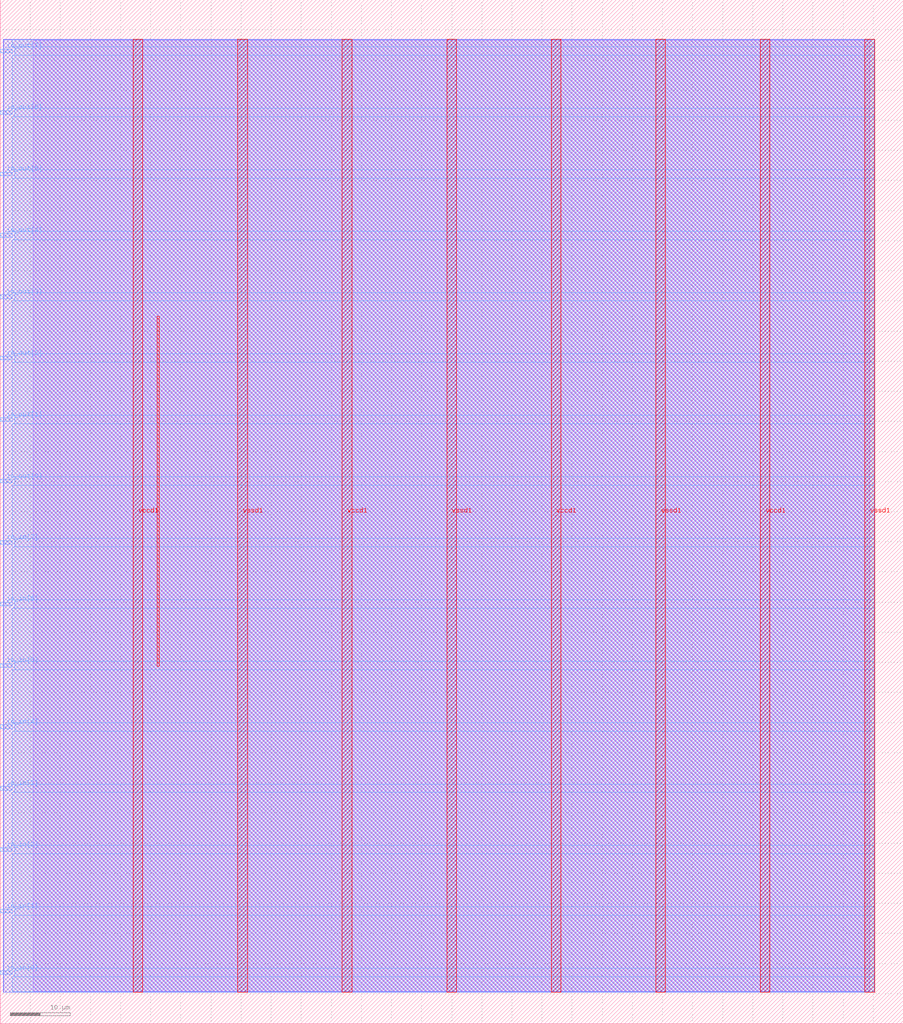
<source format=lef>
VERSION 5.7 ;
  NOWIREEXTENSIONATPIN ON ;
  DIVIDERCHAR "/" ;
  BUSBITCHARS "[]" ;
MACRO user_module_359372419264319489
  CLASS BLOCK ;
  FOREIGN user_module_359372419264319489 ;
  ORIGIN 0.000 0.000 ;
  SIZE 150.000 BY 170.000 ;
  PIN io_in[0]
    DIRECTION INPUT ;
    USE SIGNAL ;
    PORT
      LAYER met3 ;
        RECT 0.000 8.200 2.000 8.800 ;
    END
  END io_in[0]
  PIN io_in[1]
    DIRECTION INPUT ;
    USE SIGNAL ;
    PORT
      LAYER met3 ;
        RECT 0.000 18.400 2.000 19.000 ;
    END
  END io_in[1]
  PIN io_in[2]
    DIRECTION INPUT ;
    USE SIGNAL ;
    PORT
      LAYER met3 ;
        RECT 0.000 28.600 2.000 29.200 ;
    END
  END io_in[2]
  PIN io_in[3]
    DIRECTION INPUT ;
    USE SIGNAL ;
    PORT
      LAYER met3 ;
        RECT 0.000 38.800 2.000 39.400 ;
    END
  END io_in[3]
  PIN io_in[4]
    DIRECTION INPUT ;
    USE SIGNAL ;
    PORT
      LAYER met3 ;
        RECT 0.000 49.000 2.000 49.600 ;
    END
  END io_in[4]
  PIN io_in[5]
    DIRECTION INPUT ;
    USE SIGNAL ;
    PORT
      LAYER met3 ;
        RECT 0.000 59.200 2.000 59.800 ;
    END
  END io_in[5]
  PIN io_in[6]
    DIRECTION INPUT ;
    USE SIGNAL ;
    PORT
      LAYER met3 ;
        RECT 0.000 69.400 2.000 70.000 ;
    END
  END io_in[6]
  PIN io_in[7]
    DIRECTION INPUT ;
    USE SIGNAL ;
    PORT
      LAYER met3 ;
        RECT 0.000 79.600 2.000 80.200 ;
    END
  END io_in[7]
  PIN io_out[0]
    DIRECTION OUTPUT TRISTATE ;
    USE SIGNAL ;
    PORT
      LAYER met3 ;
        RECT 0.000 89.800 2.000 90.400 ;
    END
  END io_out[0]
  PIN io_out[1]
    DIRECTION OUTPUT TRISTATE ;
    USE SIGNAL ;
    PORT
      LAYER met3 ;
        RECT 0.000 100.000 2.000 100.600 ;
    END
  END io_out[1]
  PIN io_out[2]
    DIRECTION OUTPUT TRISTATE ;
    USE SIGNAL ;
    PORT
      LAYER met3 ;
        RECT 0.000 110.200 2.000 110.800 ;
    END
  END io_out[2]
  PIN io_out[3]
    DIRECTION OUTPUT TRISTATE ;
    USE SIGNAL ;
    PORT
      LAYER met3 ;
        RECT 0.000 120.400 2.000 121.000 ;
    END
  END io_out[3]
  PIN io_out[4]
    DIRECTION OUTPUT TRISTATE ;
    USE SIGNAL ;
    PORT
      LAYER met3 ;
        RECT 0.000 130.600 2.000 131.200 ;
    END
  END io_out[4]
  PIN io_out[5]
    DIRECTION OUTPUT TRISTATE ;
    USE SIGNAL ;
    PORT
      LAYER met3 ;
        RECT 0.000 140.800 2.000 141.400 ;
    END
  END io_out[5]
  PIN io_out[6]
    DIRECTION OUTPUT TRISTATE ;
    USE SIGNAL ;
    PORT
      LAYER met3 ;
        RECT 0.000 151.000 2.000 151.600 ;
    END
  END io_out[6]
  PIN io_out[7]
    DIRECTION OUTPUT TRISTATE ;
    USE SIGNAL ;
    PORT
      LAYER met3 ;
        RECT 0.000 161.200 2.000 161.800 ;
    END
  END io_out[7]
  PIN vccd1
    DIRECTION INOUT ;
    USE POWER ;
    PORT
      LAYER met4 ;
        RECT 22.085 5.200 23.685 163.440 ;
    END
    PORT
      LAYER met4 ;
        RECT 56.815 5.200 58.415 163.440 ;
    END
    PORT
      LAYER met4 ;
        RECT 91.545 5.200 93.145 163.440 ;
    END
    PORT
      LAYER met4 ;
        RECT 126.275 5.200 127.875 163.440 ;
    END
  END vccd1
  PIN vssd1
    DIRECTION INOUT ;
    USE GROUND ;
    PORT
      LAYER met4 ;
        RECT 39.450 5.200 41.050 163.440 ;
    END
    PORT
      LAYER met4 ;
        RECT 74.180 5.200 75.780 163.440 ;
    END
    PORT
      LAYER met4 ;
        RECT 108.910 5.200 110.510 163.440 ;
    END
    PORT
      LAYER met4 ;
        RECT 143.640 5.200 145.240 163.440 ;
    END
  END vssd1
  OBS
      LAYER li1 ;
        RECT 5.520 5.355 144.440 163.285 ;
      LAYER met1 ;
        RECT 0.530 5.200 145.240 163.440 ;
      LAYER met2 ;
        RECT 0.560 5.255 145.210 163.385 ;
      LAYER met3 ;
        RECT 2.000 162.200 145.230 163.365 ;
        RECT 2.400 160.800 145.230 162.200 ;
        RECT 2.000 152.000 145.230 160.800 ;
        RECT 2.400 150.600 145.230 152.000 ;
        RECT 2.000 141.800 145.230 150.600 ;
        RECT 2.400 140.400 145.230 141.800 ;
        RECT 2.000 131.600 145.230 140.400 ;
        RECT 2.400 130.200 145.230 131.600 ;
        RECT 2.000 121.400 145.230 130.200 ;
        RECT 2.400 120.000 145.230 121.400 ;
        RECT 2.000 111.200 145.230 120.000 ;
        RECT 2.400 109.800 145.230 111.200 ;
        RECT 2.000 101.000 145.230 109.800 ;
        RECT 2.400 99.600 145.230 101.000 ;
        RECT 2.000 90.800 145.230 99.600 ;
        RECT 2.400 89.400 145.230 90.800 ;
        RECT 2.000 80.600 145.230 89.400 ;
        RECT 2.400 79.200 145.230 80.600 ;
        RECT 2.000 70.400 145.230 79.200 ;
        RECT 2.400 69.000 145.230 70.400 ;
        RECT 2.000 60.200 145.230 69.000 ;
        RECT 2.400 58.800 145.230 60.200 ;
        RECT 2.000 50.000 145.230 58.800 ;
        RECT 2.400 48.600 145.230 50.000 ;
        RECT 2.000 39.800 145.230 48.600 ;
        RECT 2.400 38.400 145.230 39.800 ;
        RECT 2.000 29.600 145.230 38.400 ;
        RECT 2.400 28.200 145.230 29.600 ;
        RECT 2.000 19.400 145.230 28.200 ;
        RECT 2.400 18.000 145.230 19.400 ;
        RECT 2.000 9.200 145.230 18.000 ;
        RECT 2.400 7.800 145.230 9.200 ;
        RECT 2.000 5.275 145.230 7.800 ;
      LAYER met4 ;
        RECT 26.055 59.335 26.385 117.465 ;
  END
END user_module_359372419264319489
END LIBRARY


</source>
